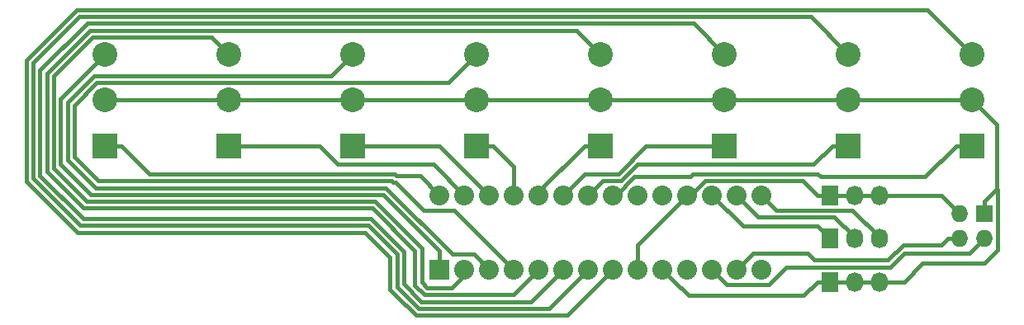
<source format=gbr>
G04 #@! TF.FileFunction,Copper,L2,Bot,Signal*
%FSLAX46Y46*%
G04 Gerber Fmt 4.6, Leading zero omitted, Abs format (unit mm)*
G04 Created by KiCad (PCBNEW 4.0.2-stable) date Sunday, 07 August 2016 'pmt' 12:17:11*
%MOMM*%
G01*
G04 APERTURE LIST*
%ADD10C,0.100000*%
%ADD11R,1.727200X1.727200*%
%ADD12O,1.727200X1.727200*%
%ADD13R,2.032000X2.032000*%
%ADD14C,2.032000*%
%ADD15R,2.540000X2.540000*%
%ADD16C,2.540000*%
%ADD17R,1.727200X2.032000*%
%ADD18O,1.727200X2.032000*%
%ADD19C,0.400000*%
G04 APERTURE END LIST*
D10*
D11*
X229870000Y-88900000D03*
D12*
X229870000Y-91440000D03*
X227330000Y-88900000D03*
X227330000Y-91440000D03*
D13*
X173990000Y-94615000D03*
D14*
X176530000Y-94615000D03*
X179070000Y-94615000D03*
X181610000Y-94615000D03*
X184150000Y-94615000D03*
X186690000Y-94615000D03*
X189230000Y-94615000D03*
X191770000Y-94615000D03*
X194310000Y-94615000D03*
X196850000Y-94615000D03*
X199390000Y-94615000D03*
X201930000Y-94615000D03*
X204470000Y-94615000D03*
X207010000Y-94615000D03*
X207010000Y-86995000D03*
X204470000Y-86995000D03*
X201930000Y-86995000D03*
X199390000Y-86995000D03*
X196850000Y-86995000D03*
X194310000Y-86995000D03*
X191770000Y-86995000D03*
X189230000Y-86995000D03*
X186690000Y-86995000D03*
X184150000Y-86995000D03*
X181610000Y-86995000D03*
X179070000Y-86995000D03*
X176530000Y-86995000D03*
X173990000Y-86995000D03*
D15*
X139700000Y-81915000D03*
D16*
X139700000Y-77216000D03*
X139700000Y-72517000D03*
D15*
X152400000Y-81915000D03*
D16*
X152400000Y-77216000D03*
X152400000Y-72517000D03*
D15*
X165100000Y-81915000D03*
D16*
X165100000Y-77216000D03*
X165100000Y-72517000D03*
D15*
X177800000Y-81915000D03*
D16*
X177800000Y-77216000D03*
X177800000Y-72517000D03*
D15*
X190500000Y-81915000D03*
D16*
X190500000Y-77216000D03*
X190500000Y-72517000D03*
D15*
X203200000Y-81915000D03*
D16*
X203200000Y-77216000D03*
X203200000Y-72517000D03*
D15*
X215900000Y-81915000D03*
D16*
X215900000Y-77216000D03*
X215900000Y-72517000D03*
D15*
X228600000Y-81915000D03*
D16*
X228600000Y-77216000D03*
X228600000Y-72517000D03*
D17*
X213995000Y-86995000D03*
D18*
X216535000Y-86995000D03*
X219075000Y-86995000D03*
D17*
X213995000Y-95885000D03*
D18*
X216535000Y-95885000D03*
X219075000Y-95885000D03*
D17*
X213995000Y-91440000D03*
D18*
X216535000Y-91440000D03*
X219075000Y-91440000D03*
D19*
X197865999Y-95630999D02*
X196850000Y-94615000D01*
X199536000Y-97301000D02*
X197865999Y-95630999D01*
X211315400Y-97301000D02*
X199536000Y-97301000D01*
X212731400Y-95885000D02*
X211315400Y-97301000D01*
X213995000Y-95885000D02*
X212731400Y-95885000D01*
X213995000Y-95885000D02*
X216535000Y-95885000D01*
X219075000Y-95885000D02*
X216535000Y-95885000D01*
X231140000Y-86366400D02*
X231233601Y-86460001D01*
X231233601Y-86460001D02*
X231233601Y-92616399D01*
X231233601Y-92616399D02*
X229870000Y-93980000D01*
X229870000Y-93980000D02*
X223520000Y-93980000D01*
X223520000Y-93980000D02*
X221615000Y-95885000D01*
X221615000Y-95885000D02*
X219075000Y-95885000D01*
X231140000Y-79756000D02*
X231140000Y-86366400D01*
X231140000Y-86366400D02*
X229870000Y-87636400D01*
X229870000Y-87636400D02*
X229870000Y-88900000D01*
X231140000Y-79756000D02*
X228600000Y-77216000D01*
X215900000Y-77216000D02*
X228600000Y-77216000D01*
X203200000Y-77216000D02*
X215900000Y-77216000D01*
X190500000Y-77216000D02*
X203200000Y-77216000D01*
X190500000Y-77216000D02*
X177800000Y-77216000D01*
X165100000Y-77216000D02*
X177800000Y-77216000D01*
X152400000Y-77216000D02*
X165100000Y-77216000D01*
X139700000Y-77216000D02*
X152400000Y-77216000D01*
X202945999Y-95630999D02*
X201930000Y-94615000D01*
X229870000Y-91440000D02*
X228353990Y-92956010D01*
X203446001Y-96131001D02*
X202945999Y-95630999D01*
X207737681Y-96131001D02*
X203446001Y-96131001D01*
X220219733Y-94356032D02*
X209512650Y-94356032D01*
X228353990Y-92956010D02*
X221619755Y-92956010D01*
X221619755Y-92956010D02*
X220219733Y-94356032D01*
X209512650Y-94356032D02*
X207737681Y-96131001D01*
X219075000Y-86995000D02*
X225425000Y-86995000D01*
X225425000Y-86995000D02*
X227330000Y-88900000D01*
X216535000Y-86995000D02*
X219075000Y-86995000D01*
X213995000Y-86995000D02*
X216535000Y-86995000D01*
X199390000Y-86995000D02*
X199686318Y-86995000D01*
X211215399Y-85478999D02*
X212731400Y-86995000D01*
X199686318Y-86995000D02*
X201202319Y-85478999D01*
X212731400Y-86995000D02*
X213995000Y-86995000D01*
X201202319Y-85478999D02*
X211215399Y-85478999D01*
X194310000Y-94615000D02*
X194310000Y-92075000D01*
X194310000Y-92075000D02*
X199390000Y-86995000D01*
X221510800Y-92075000D02*
X224790000Y-92075000D01*
X224790000Y-92075000D02*
X224967802Y-92075000D01*
X227330000Y-91440000D02*
X226108686Y-91440000D01*
X226108686Y-91440000D02*
X225473686Y-92075000D01*
X225473686Y-92075000D02*
X224790000Y-92075000D01*
X204470000Y-94615000D02*
X206128990Y-92956010D01*
X219929779Y-93656021D02*
X221510800Y-92075000D01*
X206128990Y-92956010D02*
X211741443Y-92956010D01*
X212441454Y-93656021D02*
X219929779Y-93656021D01*
X211741443Y-92956010D02*
X212441454Y-93656021D01*
X201930000Y-86995000D02*
X205105000Y-90170000D01*
X205105000Y-90170000D02*
X212725000Y-90170000D01*
X212725000Y-90170000D02*
X213995000Y-91440000D01*
X205485999Y-88010999D02*
X204470000Y-86995000D01*
X216535000Y-91287600D02*
X214458412Y-89211012D01*
X214458412Y-89211012D02*
X206686012Y-89211012D01*
X216535000Y-91440000D02*
X216535000Y-91287600D01*
X206686012Y-89211012D02*
X205485999Y-88010999D01*
X207010000Y-86995000D02*
X208526001Y-88511001D01*
X208526001Y-88511001D02*
X216298401Y-88511001D01*
X216298401Y-88511001D02*
X219075000Y-91287600D01*
X219075000Y-91287600D02*
X219075000Y-91440000D01*
X169545000Y-84989035D02*
X169385922Y-84829957D01*
X169385922Y-84829957D02*
X144284957Y-84829957D01*
X144284957Y-84829957D02*
X141370000Y-81915000D01*
X141370000Y-81915000D02*
X139700000Y-81915000D01*
X169799000Y-84989035D02*
X169545000Y-84989035D01*
X169545000Y-84989035D02*
X171984035Y-84989035D01*
X171984035Y-84989035D02*
X173990000Y-86995000D01*
X139700000Y-72517000D02*
X135124978Y-77092022D01*
X135124978Y-77092022D02*
X135124978Y-83816978D01*
X135124978Y-83816978D02*
X138237989Y-86929989D01*
X138237989Y-86929989D02*
X168209989Y-86929989D01*
X168209989Y-86929989D02*
X173990000Y-92710000D01*
X173990000Y-92710000D02*
X173990000Y-94615000D01*
X173990000Y-93980000D02*
X173990000Y-94615000D01*
X152400000Y-81915000D02*
X161659998Y-81915000D01*
X161659998Y-81915000D02*
X163564998Y-83820000D01*
X163564998Y-83820000D02*
X173355000Y-83820000D01*
X173355000Y-83820000D02*
X176530000Y-86995000D01*
X152400000Y-72517000D02*
X150629999Y-70746999D01*
X150629999Y-70746999D02*
X138448038Y-70746999D01*
X138448038Y-70746999D02*
X134424969Y-74770068D01*
X137795000Y-87630000D02*
X167359964Y-87630000D01*
X167359964Y-87630000D02*
X172150011Y-92420046D01*
X172150011Y-92420046D02*
X172150011Y-95950011D01*
X172150011Y-95950011D02*
X172720000Y-96520000D01*
X134424969Y-74770068D02*
X134424969Y-84259969D01*
X134424969Y-84259969D02*
X137795000Y-87630000D01*
X172720000Y-96520000D02*
X175260000Y-96520000D01*
X175260000Y-96520000D02*
X176530000Y-95250000D01*
X176530000Y-95250000D02*
X176530000Y-94615000D01*
X165100000Y-81915000D02*
X173990000Y-81915000D01*
X173990000Y-81915000D02*
X179070000Y-86995000D01*
X165100000Y-72517000D02*
X162871012Y-74745988D01*
X162871012Y-74745988D02*
X138560445Y-74745988D01*
X135824989Y-77481444D02*
X135824989Y-83347954D01*
X168499942Y-86229978D02*
X175325010Y-93055046D01*
X138560445Y-74745988D02*
X135824989Y-77481444D01*
X135824989Y-83347954D02*
X138707013Y-86229978D01*
X138707013Y-86229978D02*
X168499942Y-86229978D01*
X175325010Y-93055046D02*
X177510046Y-93055046D01*
X177510046Y-93055046D02*
X179070000Y-94615000D01*
X177800000Y-81915000D02*
X179470000Y-81915000D01*
X179470000Y-81915000D02*
X181610000Y-84055000D01*
X181610000Y-84055000D02*
X181610000Y-85558160D01*
X181610000Y-85558160D02*
X181610000Y-86995000D01*
X164942860Y-85529967D02*
X164465000Y-85529967D01*
X164465000Y-85529967D02*
X138996967Y-85529967D01*
X169095969Y-85529967D02*
X164465000Y-85529967D01*
X172331001Y-88511001D02*
X169509045Y-85689045D01*
X169509045Y-85689045D02*
X169255047Y-85689045D01*
X169255047Y-85689045D02*
X169095969Y-85529967D01*
X138996967Y-85529967D02*
X136525000Y-83058000D01*
X138850399Y-75445999D02*
X174871001Y-75445999D01*
X176530001Y-73786999D02*
X177800000Y-72517000D01*
X136525000Y-83058000D02*
X136525000Y-77771398D01*
X181610000Y-94615000D02*
X175506001Y-88511001D01*
X175506001Y-88511001D02*
X172331001Y-88511001D01*
X174871001Y-75445999D02*
X176530001Y-73786999D01*
X136525000Y-77771398D02*
X138850399Y-75445999D01*
X190500000Y-81915000D02*
X188830000Y-81915000D01*
X188830000Y-81915000D02*
X184150000Y-86595000D01*
X184150000Y-86595000D02*
X184150000Y-86995000D01*
X188029991Y-70046991D02*
X138158081Y-70046991D01*
X181544989Y-97220011D02*
X183134001Y-95630999D01*
X137505047Y-88330010D02*
X167070010Y-88330010D01*
X133724958Y-84549923D02*
X137505047Y-88330010D01*
X171450000Y-92710000D02*
X171450000Y-96239965D01*
X183134001Y-95630999D02*
X184150000Y-94615000D01*
X172430046Y-97220011D02*
X181544989Y-97220011D01*
X138158081Y-70046991D02*
X133724958Y-74480114D01*
X190500000Y-72517000D02*
X188029991Y-70046991D01*
X133724958Y-74480114D02*
X133724958Y-84549923D01*
X167070010Y-88330010D02*
X171450000Y-92710000D01*
X171450000Y-96239965D02*
X172430046Y-97220011D01*
X195166389Y-81915000D02*
X201530000Y-81915000D01*
X188906012Y-84778988D02*
X192302401Y-84778988D01*
X186690000Y-86995000D02*
X188906012Y-84778988D01*
X201530000Y-81915000D02*
X203200000Y-81915000D01*
X192302401Y-84778988D02*
X195166389Y-81915000D01*
X185674001Y-95630999D02*
X186690000Y-94615000D01*
X183384978Y-97920022D02*
X185674001Y-95630999D01*
X170310021Y-96089951D02*
X172140092Y-97920022D01*
X172140092Y-97920022D02*
X183384978Y-97920022D01*
X133024947Y-74190160D02*
X133024947Y-84989735D01*
X170310021Y-92765092D02*
X170310021Y-96089951D01*
X166949908Y-89404978D02*
X170310021Y-92765092D01*
X137440190Y-89404978D02*
X166949908Y-89404978D01*
X133024947Y-84989735D02*
X137440190Y-89404978D01*
X137868127Y-69346980D02*
X133024947Y-74190160D01*
X200029980Y-69346980D02*
X137868127Y-69346980D01*
X203200000Y-72517000D02*
X200029980Y-69346980D01*
X189230000Y-86995000D02*
X190746001Y-85478999D01*
X190746001Y-85478999D02*
X192592355Y-85478999D01*
X192592355Y-85478999D02*
X194251354Y-83820000D01*
X194251354Y-83820000D02*
X212325000Y-83820000D01*
X212325000Y-83820000D02*
X214230000Y-81915000D01*
X214230000Y-81915000D02*
X215900000Y-81915000D01*
X169610010Y-93055046D02*
X169610010Y-96379904D01*
X169610010Y-96379904D02*
X171850139Y-98620033D01*
X188214001Y-95630999D02*
X189230000Y-94615000D01*
X185224967Y-98620033D02*
X188214001Y-95630999D01*
X171850139Y-98620033D02*
X185224967Y-98620033D01*
X137150236Y-90104989D02*
X166659954Y-90104989D01*
X137093031Y-68646969D02*
X132324934Y-73415066D01*
X132324934Y-73415066D02*
X132324934Y-85279687D01*
X212029969Y-68646969D02*
X137093031Y-68646969D01*
X215900000Y-72517000D02*
X212029969Y-68646969D01*
X166659954Y-90104989D02*
X169610010Y-93055046D01*
X132324934Y-85279687D02*
X137150236Y-90104989D01*
X192066318Y-86995000D02*
X191770000Y-86995000D01*
X199670035Y-85090000D02*
X193971318Y-85090000D01*
X212768953Y-84778988D02*
X199981047Y-84778988D01*
X199981047Y-84778988D02*
X199670035Y-85090000D01*
X213079965Y-85090000D02*
X212768953Y-84778988D01*
X223755000Y-85090000D02*
X213079965Y-85090000D01*
X226930000Y-81915000D02*
X223755000Y-85090000D01*
X193971318Y-85090000D02*
X192066318Y-86995000D01*
X228600000Y-81915000D02*
X226930000Y-81915000D01*
X228600000Y-72517000D02*
X224029958Y-67946958D01*
X224029958Y-67946958D02*
X136803077Y-67946958D01*
X131624923Y-85569641D02*
X136860282Y-90805000D01*
X171560176Y-99320037D02*
X187064963Y-99320037D01*
X136803077Y-67946958D02*
X131624923Y-73125112D01*
X131624923Y-73125112D02*
X131624923Y-85569641D01*
X166370000Y-90805000D02*
X168910000Y-93345000D01*
X168910000Y-96669857D02*
X169395139Y-97154995D01*
X136860282Y-90805000D02*
X166370000Y-90805000D01*
X168910000Y-93345000D02*
X168910000Y-96669857D01*
X169395139Y-97154995D02*
X169395139Y-97155000D01*
X190754001Y-95630999D02*
X191770000Y-94615000D01*
X169395139Y-97155000D02*
X171560176Y-99320037D01*
X187064963Y-99320037D02*
X190754001Y-95630999D01*
M02*

</source>
